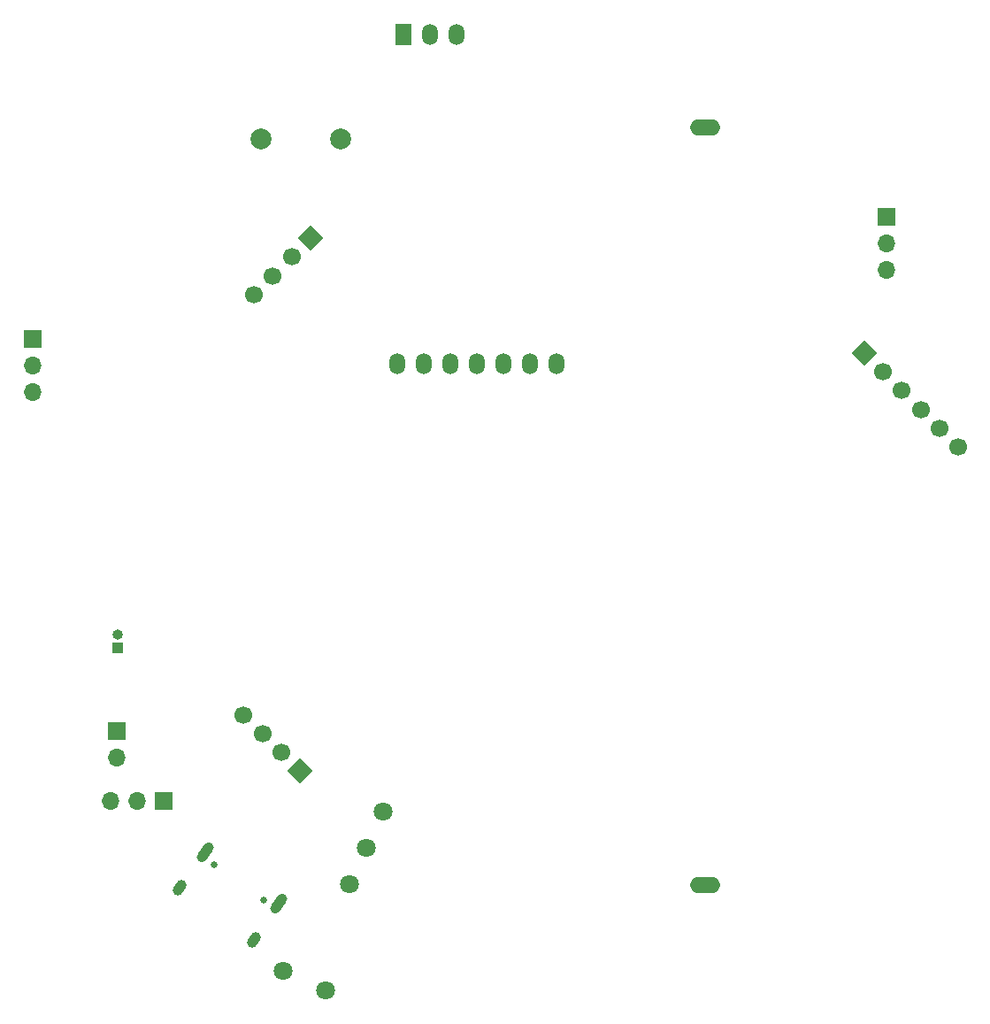
<source format=gbs>
G04 #@! TF.GenerationSoftware,KiCad,Pcbnew,6.0.11-2627ca5db0~126~ubuntu20.04.1*
G04 #@! TF.CreationDate,2023-04-28T08:30:21+02:00*
G04 #@! TF.ProjectId,Semafor_bottom,53656d61-666f-4725-9f62-6f74746f6d2e,rev?*
G04 #@! TF.SameCoordinates,Original*
G04 #@! TF.FileFunction,Soldermask,Bot*
G04 #@! TF.FilePolarity,Negative*
%FSLAX46Y46*%
G04 Gerber Fmt 4.6, Leading zero omitted, Abs format (unit mm)*
G04 Created by KiCad (PCBNEW 6.0.11-2627ca5db0~126~ubuntu20.04.1) date 2023-04-28 08:30:21*
%MOMM*%
%LPD*%
G01*
G04 APERTURE LIST*
G04 Aperture macros list*
%AMHorizOval*
0 Thick line with rounded ends*
0 $1 width*
0 $2 $3 position (X,Y) of the first rounded end (center of the circle)*
0 $4 $5 position (X,Y) of the second rounded end (center of the circle)*
0 Add line between two ends*
20,1,$1,$2,$3,$4,$5,0*
0 Add two circle primitives to create the rounded ends*
1,1,$1,$2,$3*
1,1,$1,$4,$5*%
%AMRotRect*
0 Rectangle, with rotation*
0 The origin of the aperture is its center*
0 $1 length*
0 $2 width*
0 $3 Rotation angle, in degrees counterclockwise*
0 Add horizontal line*
21,1,$1,$2,0,0,$3*%
G04 Aperture macros list end*
%ADD10C,2.000000*%
%ADD11R,1.700000X1.700000*%
%ADD12O,1.700000X1.700000*%
%ADD13R,1.000000X1.000000*%
%ADD14O,1.000000X1.000000*%
%ADD15RotRect,1.700000X1.700000X45.000000*%
%ADD16HorizOval,1.700000X0.000000X0.000000X0.000000X0.000000X0*%
%ADD17O,2.900000X1.524000*%
%ADD18RotRect,1.700000X1.700000X315.000000*%
%ADD19HorizOval,1.700000X0.000000X0.000000X0.000000X0.000000X0*%
%ADD20C,0.650000*%
%ADD21HorizOval,1.000000X-0.315467X-0.450534X0.315467X0.450534X0*%
%ADD22HorizOval,1.000000X-0.172073X-0.245746X0.172073X0.245746X0*%
%ADD23C,1.800000*%
%ADD24RotRect,1.700000X1.700000X225.000000*%
%ADD25HorizOval,1.700000X0.000000X0.000000X0.000000X0.000000X0*%
%ADD26O,1.500000X2.000000*%
%ADD27R,1.500000X2.000000*%
G04 APERTURE END LIST*
D10*
G04 #@! TO.C,BZ1*
X125790000Y-63500000D03*
X133410000Y-63500000D03*
G04 #@! TD*
D11*
G04 #@! TO.C,J4*
X103900000Y-82660000D03*
D12*
X103900000Y-85200000D03*
X103900000Y-87740000D03*
G04 #@! TD*
D11*
G04 #@! TO.C,J3*
X185592620Y-70937500D03*
D12*
X185592620Y-73477500D03*
X185592620Y-76017500D03*
G04 #@! TD*
D13*
G04 #@! TO.C,J2*
X112016745Y-112212482D03*
D14*
X112016745Y-110942482D03*
G04 #@! TD*
D15*
G04 #@! TO.C,J8*
X183500000Y-84000000D03*
D16*
X185296051Y-85796051D03*
X187092102Y-87592102D03*
X188888154Y-89388154D03*
X190684205Y-91184205D03*
X192480256Y-92980256D03*
G04 #@! TD*
D17*
G04 #@! TO.C,BT1*
X168270000Y-134880000D03*
X168270000Y-62380000D03*
G04 #@! TD*
D18*
G04 #@! TO.C,J9*
X130500000Y-73000000D03*
D19*
X128703949Y-74796051D03*
X126907898Y-76592102D03*
X125111846Y-78388154D03*
G04 #@! TD*
D20*
G04 #@! TO.C,J1*
X121274287Y-132965194D03*
X126008986Y-136280466D03*
D21*
X127484369Y-136666529D03*
D22*
X118009346Y-135134884D03*
X125086820Y-140090585D03*
D21*
X120406895Y-131710829D03*
G04 #@! TD*
D23*
G04 #@! TO.C,SW1*
X134193802Y-134791913D03*
X135803977Y-131338880D03*
X137414153Y-127885848D03*
X131916535Y-144940326D03*
X127883465Y-143059674D03*
G04 #@! TD*
D24*
G04 #@! TO.C,J11*
X129500000Y-124000000D03*
D25*
X127703949Y-122203949D03*
X125907898Y-120407898D03*
X124111846Y-118611846D03*
G04 #@! TD*
D11*
G04 #@! TO.C,M1*
X112000000Y-120175000D03*
D12*
X112000000Y-122715000D03*
G04 #@! TD*
D11*
G04 #@! TO.C,J13*
X116475000Y-126875000D03*
D12*
X113935000Y-126875000D03*
X111395000Y-126875000D03*
G04 #@! TD*
D26*
G04 #@! TO.C,U4*
X138780000Y-85000000D03*
X141320000Y-85000000D03*
X143860000Y-85000000D03*
X146400000Y-85000000D03*
X148940000Y-85000000D03*
X151480000Y-85000000D03*
X154020000Y-85000000D03*
X144480000Y-53500000D03*
X141940000Y-53500000D03*
D27*
X139400000Y-53500000D03*
G04 #@! TD*
M02*

</source>
